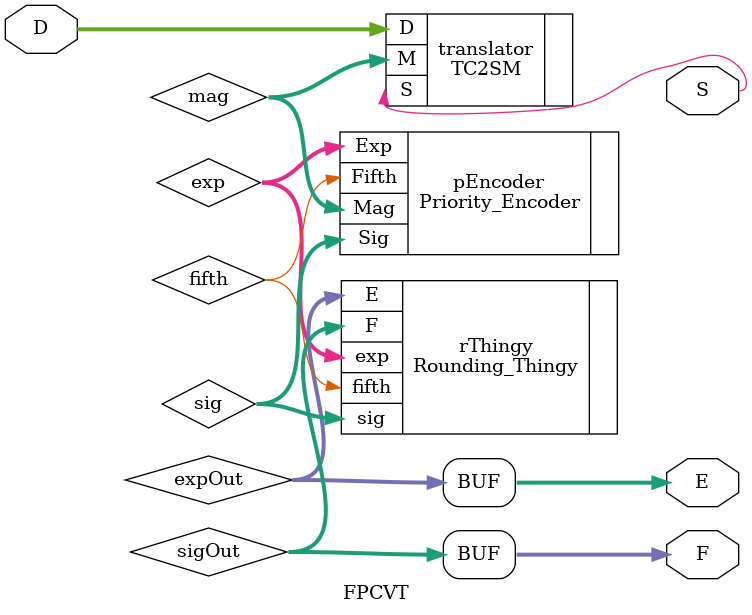
<source format=v>

`timescale 1ns / 1ps
module FPCVT(
    input [11:0] D,
    output S,
    output reg [2:0] E,
    output reg [3:0] F
    );
    
wire [10:0] mag;
wire [2:0] exp;
wire [3:0] sig;
wire fifth;

wire [3:0] sigOut;
wire [2:0] expOut;
    
TC2SM translator(.D(D), .S(S), .M(mag));

Priority_Encoder pEncoder(.Mag(mag), .Exp(exp), .Sig(sig), .Fifth(fifth));

Rounding_Thingy rThingy(.exp(exp), .sig(sig), .fifth(fifth), .E(expOut), .F(sigOut));

always @ *
begin
	E = expOut;
	F = sigOut;
end

endmodule
</source>
